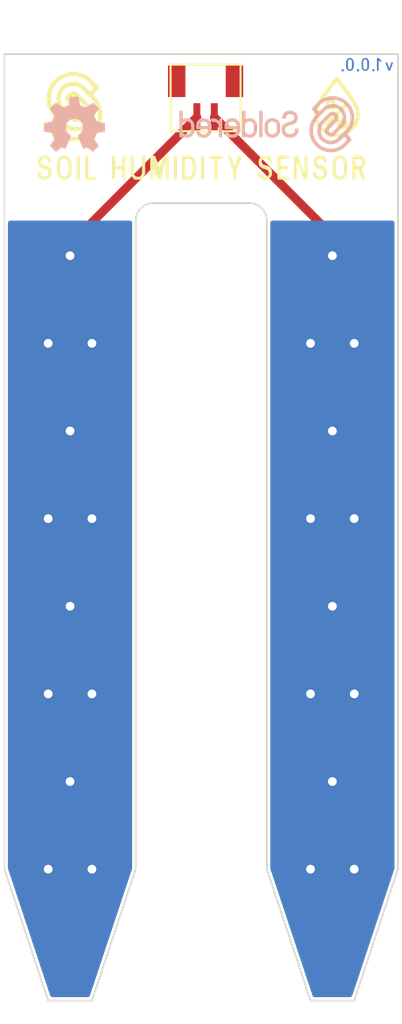
<source format=kicad_pcb>
(kicad_pcb (version 20210126) (generator pcbnew)
  (layers (0 "F.Cu" signal) (31 "B.Cu" signal) (34 "B.Paste" user) (35 "F.Paste" user) (36 "B.SilkS" user "B.Silkscreen") (37 "F.SilkS" user "F.Silkscreen") (38 "B.Mask" user) (39 "F.Mask" user) (44 "Edge.Cuts" user))
  (net 0 "")
  (net 1 "Net-(K1-Pad1)")
  (net 2 "Net-(K1-Pad2)")
  (footprint "e-radionica.com footprinti:JST-SH_2pin_1mm_C145954" (layer "F.Cu") (at 111.5 78.5 180)
    (fp_text reference "K1")
    (fp_text value "JST-SH_2pin_1mm_C145954")
    (pad "" smd rect (at -1.65 0.95 180) (size 1 1.8) (layers "F.Cu" "F.Paste" "F.Mask"))
    (pad "" smd rect (at 1.65 0.95 180) (size 1 1.8) (layers "F.Cu" "F.Paste" "F.Mask"))
    (pad "1" smd rect (at 0.5 -1.1 180) (size 0.4 1.6) (layers "F.Cu" "F.Paste" "F.Mask") (net 1 "Net-(K1-Pad1)"))
    (pad "2" smd rect (at -0.5 -1.1 180) (size 0.4 1.6) (layers "F.Cu" "F.Paste" "F.Mask") (net 2 "Net-(K1-Pad2)"))
  )
  (footprint "e-radionica.com footprinti:PAD_2x1.5" (layer "F.Cu") (at 103.75 127.5)
    (fp_text reference "PAD2")
    (fp_text value "PAD_2x1.5")
    (pad "1" smd rect (at 0 0) (size 2 1.5) (layers "F.Cu" "F.Mask") (net 1 "Net-(K1-Pad1)"))
  )
  (footprint "Soldered Graphics:Logo-Back-OSH-3.5mm" (layer "F.Cu") (at 104 80)
    (fp_text reference "G***" hide)
    (fp_text value "LOGO" hide)
  )
  (footprint "Soldered Graphics:Symbol-Front-Humidity" (layer "F.Cu") (at 119 79)
    (fp_text reference "G***" hide)
    (fp_text value "LOGO" hide)
  )
  (footprint "buzzardLabel" (layer "F.Cu") (at 111.25 82.5)
    (fp_text reference "" (at 0 0) (layer "F.SilkS") (effects (font (size 1.27 1.27))))
    (fp_text value "" (at 0 0) (layer "F.SilkS") (effects (font (size 1.27 1.27))))
  )
  (footprint "e-radionica.com footprinti:PAD_2x1.5" (layer "F.Cu") (at 118.75 127.5)
    (fp_text reference "PAD1")
    (fp_text value "PAD_2x1.5")
    (pad "1" smd rect (at 0 0) (size 2 1.5) (layers "F.Cu" "F.Mask") (net 2 "Net-(K1-Pad2)"))
  )
  (footprint "Soldered Graphics:Logo-Front-Soldered-4mm" (layer "F.Cu") (at 104 79)
    (fp_text reference "G***" hide)
    (fp_text value "LOGO" hide)
  )
  (footprint "Soldered Graphics:Logo-Back-SolderedFULL-10mm" (layer "F.Cu") (at 115 80)
    (fp_text reference "G***" hide)
    (fp_text value "LOGO" hide)
  )
  (footprint "Soldered Graphics:Version1.0.0." (layer "B.Cu") (at 120.7 76.6 180)
    (fp_text reference "" (at 0 0) (layer "B.SilkS") (effects (font (size 1.27 1.27)) (justify mirror)))
    (fp_text value "" (at 0 0) (layer "B.SilkS") (effects (font (size 1.27 1.27)) (justify mirror)))
    (fp_poly (pts (xy 1.31 -0.38) (xy 1.36 -0.38) (xy 1.41 -0.37) (xy 1.42 -0.33) (xy 1.42 -0.27) (xy 1.38 -0.26) (xy 1.33 -0.26) (xy 1.3 -0.29) (xy 1.3 -0.34) (xy 1.31 -0.38)) (layer "B.Cu") (width 0.01) (fill solid))
    (fp_poly (pts (xy 0.43 -0.38) (xy 0.48 -0.38) (xy 0.54 -0.37) (xy 0.54 -0.33) (xy 0.54 -0.27) (xy 0.5 -0.26) (xy 0.45 -0.26) (xy 0.42 -0.29) (xy 0.42 -0.34) (xy 0.43 -0.38)) (layer "B.Cu") (width 0.01) (fill solid))
    (fp_poly (pts (xy -1.33 -0.35) (xy -1.27 -0.35) (xy -1.25 -0.31) (xy -1.09 0.1) (xy -1.11 0.13) (xy -1.16 0.13) (xy -1.19 0.1) (xy -1.28 -0.16) (xy -1.3 -0.21) (xy -1.32 -0.17) (xy -1.41 0.09) (xy -1.44 0.13) (xy -1.49 0.13) (xy -1.51 0.1) (xy -1.36 -0.31) (xy -1.33 -0.35)) (layer "B.Cu") (width 0.01) (fill solid))
    (fp_poly (pts (xy 0.06 -0.35) (xy 0.11 -0.35) (xy 0.17 -0.33) (xy 0.13 -0.28) (xy 0.03 -0.28) (xy -0.01 -0.25) (xy -0.03 -0.2) (xy -0.05 -0.15) (xy -0.05 -0.11) (xy -0.05 0.01) (xy -0.05 0.13) (xy -0.05 0.17) (xy -0.03 0.22) (xy -0.01 0.27) (xy 0.02 0.3) (xy 0.13 0.3) (xy 0.16 0.26) (xy 0.18 0.21) (xy 0.18 0.15) (xy 0.19 0.05) (xy 0.19 -0.08) (xy 0.19 -0.12) (xy 0.18 -0.17) (xy 0.16 -0.22) (xy 0.14 -0.27) (xy 0.14 -0.28) (xy 0.17 -0.32) (xy 0.21 -0.29) (xy 0.24 -0.26) (xy 0.26 -0.22) (xy 0.27 -0.16) (xy 0.28 -0.11) (xy 0.28 -0.06) (xy 0.28 0.06) (xy 0.28 0.12) (xy 0.27 0.17) (xy 0.26 0.22) (xy 0.25 0.27) (xy 0.22 0.3) (xy 0.19 0.34) (xy 0.13 0.37) (xy 0.08 0.38) (xy 0.02 0.38) (xy -0.03 0.35) (xy -0.08 0.31) (xy -0.1 0.28) (xy -0.12 0.23) (xy -0.14 0.18) (xy -0.14 0.13) (xy -0.15 0.08) (xy -0.15 -0.04) (xy -0.14 -0.1) (xy -0.14 -0.14) (xy -0.13 -0.2) (xy -0.11 -0.25) (xy -0.08 -0.28) (xy -0.05 -0.32) (xy 0.01 -0.35) (xy 0.06 -0.35)) (layer "B.Cu") (width 0.01) (fill solid))
    (fp_poly (pts (xy 0.93 -0.35) (xy 0.99 -0.35) (xy 1.04 -0.33) (xy 1.01 -0.28) (xy 0.91 -0.28) (xy 0.87 -0.25) (xy 0.85 -0.2) (xy 0.83 -0.15) (xy 0.83 -0.11) (xy 0.82 0.01) (xy 0.83 0.13) (xy 0.83 0.17) (xy 0.84 0.22) (xy 0.87 0.27) (xy 0.9 0.3) (xy 1.01 0.3) (xy 1.04 0.26) (xy 1.05 0.21) (xy 1.06 0.15) (xy 1.07 0.05) (xy 1.07 -0.08) (xy 1.06 -0.12) (xy 1.06 -0.17) (xy 1.04 -0.22) (xy 1.02 -0.27) (xy 1.01 -0.28) (xy 1.05 -0.32) (xy 1.09 -0.29) (xy 1.12 -0.26) (xy 1.14 -0.22) (xy 1.15 -0.16) (xy 1.16 -0.11) (xy 1.16 -0.06) (xy 1.16 0.06) (xy 1.16 0.12) (xy 1.15 0.17) (xy 1.14 0.22) (xy 1.13 0.27) (xy 1.1 0.3) (xy 1.06 0.34) (xy 1.01 0.37) (xy 0.95 0.38) (xy 0.9 0.38) (xy 0.84 0.35) (xy 0.8 0.31) (xy 0.78 0.28) (xy 0.75 0.23) (xy 0.74 0.18) (xy 0.74 0.13) (xy 0.73 0.08) (xy 0.73 -0.04) (xy 0.73 -0.1) (xy 0.74 -0.14) (xy 0.75 -0.2) (xy 0.77 -0.25) (xy 0.79 -0.28) (xy 0.83 -0.32) (xy 0.89 -0.35) (xy 0.93 -0.35)) (layer "B.Cu") (width 0.01) (fill solid))
    (fp_poly (pts (xy -0.67 -0.35) (xy -0.62 -0.35) (xy -0.6 -0.31) (xy -0.6 0.35) (xy -0.64 0.38) (xy -0.69 0.38) (xy -0.73 0.34) (xy -0.84 0.22) (xy -0.86 0.17) (xy -0.83 0.16) (xy -0.73 0.22) (xy -0.69 0.23) (xy -0.69 -0.31) (xy -0.67 -0.35)) (layer "B.Cu") (width 0.01) (fill solid))
    (fp_poly (pts (xy -0.44 -0.38) (xy -0.39 -0.38) (xy -0.34 -0.37) (xy -0.34 -0.33) (xy -0.34 -0.27) (xy -0.38 -0.26) (xy -0.43 -0.26) (xy -0.46 -0.29) (xy -0.46 -0.34) (xy -0.44 -0.38)) (layer "B.Cu") (width 0.01) (fill solid))
  )
  (gr_line (start 102.5 130) (end 100 122.5) (layer "Edge.Cuts") (width 0.1))
  (gr_line (start 102.5 130) (end 105 130) (layer "Edge.Cuts") (width 0.1))
  (gr_line (start 120 130) (end 117.5 130) (layer "Edge.Cuts") (width 0.1))
  (gr_line (start 115 122.5) (end 115 85.5) (layer "Edge.Cuts") (width 0.1))
  (gr_arc (start 108.5 85.5) (end 108.5 84.5) (angle -90) (layer "Edge.Cuts") (width 0.1))
  (gr_line (start 120 130) (end 122.5 122.5) (layer "Edge.Cuts") (width 0.1))
  (gr_line (start 108.5 84.5) (end 114 84.5) (layer "Edge.Cuts") (width 0.1))
  (gr_line (start 100 122.5) (end 100 76) (layer "Edge.Cuts") (width 0.1))
  (gr_line (start 107.5 122.5) (end 105 130) (layer "Edge.Cuts") (width 0.1))
  (gr_arc (start 114 85.5) (end 115 85.5) (angle -90) (layer "Edge.Cuts") (width 0.1))
  (gr_line (start 100 76) (end 122.5 76) (layer "Edge.Cuts") (width 0.1))
  (gr_line (start 115 122.5) (end 117.5 130) (layer "Edge.Cuts") (width 0.1))
  (gr_line (start 107.5 122.5) (end 107.5 85.5) (layer "Edge.Cuts") (width 0.1))
  (gr_line (start 122.5 76) (end 122.5 122.5) (layer "Edge.Cuts") (width 0.1))
  (segment (start 111 79.6) (end 103.75 86.85) (width 0.5) (layer "F.Cu") (net 1))
  (segment (start 103.75 86.85) (end 103.75 87.5) (width 0.5) (layer "F.Cu") (net 1))
  (via (at 103.75 97.5) (size 1) (drill 0.5) (layers "F.Cu" "B.Cu") (net 1))
  (via (at 103.75 107.5) (size 1) (drill 0.5) (layers "F.Cu" "B.Cu") (net 1))
  (via (at 103.75 87.5) (size 1) (drill 0.5) (layers "F.Cu" "B.Cu") (net 1))
  (via (at 105 122.5) (size 1) (drill 0.5) (layers "F.Cu" "B.Cu") (net 1))
  (via (at 105 112.5) (size 1) (drill 0.5) (layers "F.Cu" "B.Cu") (net 1))
  (via (at 103.75 117.5) (size 1) (drill 0.5) (layers "F.Cu" "B.Cu") (net 1))
  (via (at 105 92.5) (size 1) (drill 0.5) (layers "F.Cu" "B.Cu") (net 1))
  (via (at 102.5 112.5) (size 1) (drill 0.5) (layers "F.Cu" "B.Cu") (net 1))
  (via (at 102.5 122.5) (size 1) (drill 0.5) (layers "F.Cu" "B.Cu") (net 1))
  (via (at 105 102.5) (size 1) (drill 0.5) (layers "F.Cu" "B.Cu") (net 1))
  (via (at 102.5 92.5) (size 1) (drill 0.5) (layers "F.Cu" "B.Cu") (net 1))
  (via (at 102.5 102.5) (size 1) (drill 0.5) (layers "F.Cu" "B.Cu") (net 1))
  (segment (start 118.75 86.35) (end 118.75 87.5) (width 0.5) (layer "F.Cu") (net 2))
  (segment (start 112 79.6) (end 118.75 86.35) (width 0.5) (layer "F.Cu") (net 2))
  (via (at 117.5 92.5) (size 1) (drill 0.5) (layers "F.Cu" "B.Cu") (net 2))
  (via (at 120 92.5) (size 1) (drill 0.5) (layers "F.Cu" "B.Cu") (net 2))
  (via (at 117.5 122.5) (size 1) (drill 0.5) (layers "F.Cu" "B.Cu") (net 2))
  (via (at 120 122.5) (size 1) (drill 0.5) (layers "F.Cu" "B.Cu") (net 2))
  (via (at 118.75 87.5) (size 1) (drill 0.5) (layers "F.Cu" "B.Cu") (net 2))
  (via (at 117.5 102.5) (size 1) (drill 0.5) (layers "F.Cu" "B.Cu") (net 2))
  (via (at 120 112.5) (size 1) (drill 0.5) (layers "F.Cu" "B.Cu") (net 2))
  (via (at 118.75 97.5) (size 1) (drill 0.5) (layers "F.Cu" "B.Cu") (net 2))
  (via (at 117.5 112.5) (size 1) (drill 0.5) (layers "F.Cu" "B.Cu") (net 2))
  (via (at 118.75 107.5) (size 1) (drill 0.5) (layers "F.Cu" "B.Cu") (net 2))
  (via (at 120 102.5) (size 1) (drill 0.5) (layers "F.Cu" "B.Cu") (net 2))
  (via (at 118.75 117.5) (size 1) (drill 0.5) (layers "F.Cu" "B.Cu") (net 2))
  (zone (net 1) (net_name "Net-(K1-Pad1)") (layers F&B.Cu) (connect_pads yes (clearance 0)) (min_thickness 0.254) (fill yes (thermal_gap 0.508) (thermal_bridge_width 0.508))
    (polygon (pts (xy 107.5 122.5) (xy 105 130) (xy 102.5 130) (xy 100 122.5) (xy 100 85.5) (xy 107.5 85.5)))
  )
  (zone (net 2) (net_name "Net-(K1-Pad2)") (layers F&B.Cu) (connect_pads yes (clearance 0)) (min_thickness 0.254) (fill yes (thermal_gap 0.508) (thermal_bridge_width 0.508))
    (polygon (pts (xy 122.5 122.5) (xy 120 130) (xy 117.5 130) (xy 115 122.5) (xy 115 85.5) (xy 122.5 85.5)))
  )
)
</source>
